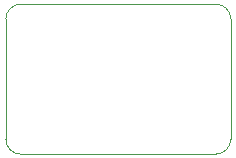
<source format=gko>
G04*
G04 #@! TF.GenerationSoftware,Altium Limited,Altium Designer,24.6.1 (21)*
G04*
G04 Layer_Color=16720538*
%FSLAX25Y25*%
%MOIN*%
G70*
G04*
G04 #@! TF.SameCoordinates,EBD96B39-EC1D-4DCD-B27F-6C9CB96DE784*
G04*
G04*
G04 #@! TF.FilePolarity,Positive*
G04*
G01*
G75*
%ADD30C,0.00100*%
D30*
X-0Y5000D02*
G03*
X5000Y-0I5000J0D01*
G01*
X70000D02*
G03*
X75000Y5000I0J5000D01*
G01*
Y45000D02*
G03*
X70000Y50000I-5000J0D01*
G01*
X5000D02*
G03*
X-0Y45000I0J-5000D01*
G01*
X5000Y-0D02*
X70000D01*
X75000Y5000D02*
Y45000D01*
X5000Y50000D02*
X70000D01*
X-0Y5000D02*
Y45000D01*
M02*

</source>
